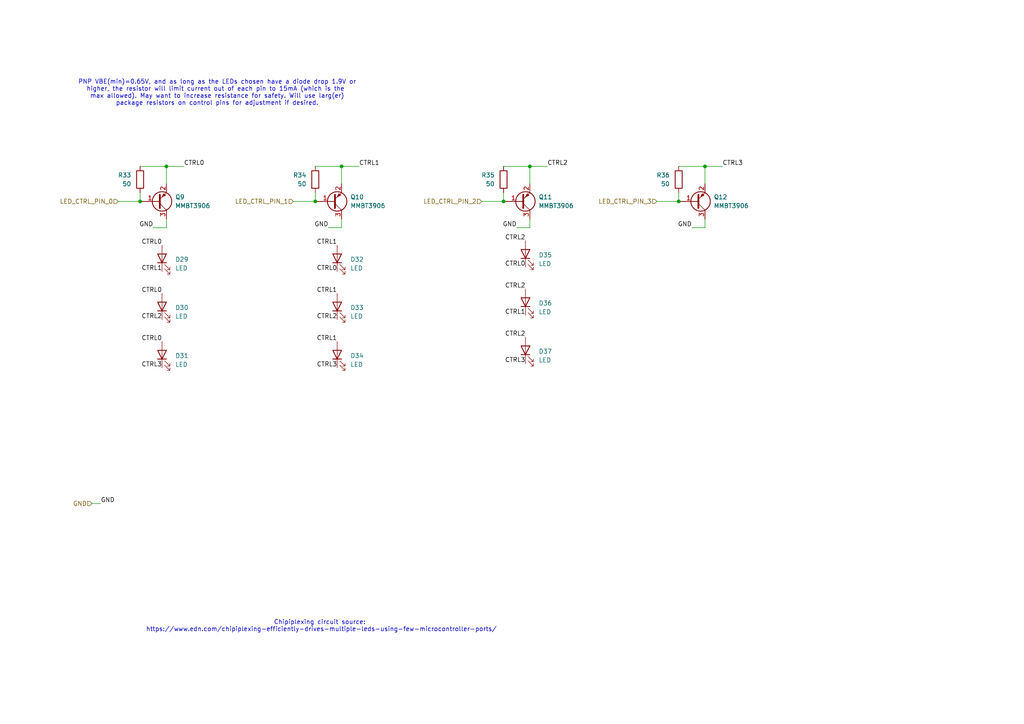
<source format=kicad_sch>
(kicad_sch (version 20231120) (generator "eeschema") (generator_version "8.0")
  (paper "A4")
  (title_block (title "Holiday Widget") (date "2024-05-15") (rev "1.0"))
  (lib_symbols
    (symbol "Device:LED" (pin_numbers hide) (pin_names (offset 1.016) hide)
      (property "Reference" "D" (at 0 2.54 0))
      (property "Value" "LED" (at 0 -2.54 0))
      (symbol "LED_0_1"
        (polyline (pts (xy -1.27 -1.27) (xy -1.27 1.27)) (stroke (width 0.254)))
        (polyline (pts (xy -1.27 0) (xy 1.27 0)))
        (polyline (pts (xy 1.27 -1.27) (xy 1.27 1.27) (xy -1.27 0) (xy 1.27 -1.27)) (stroke (width 0.254)))
        (polyline (pts (xy -3.048 -0.762) (xy -4.572 -2.286) (xy -3.81 -2.286) (xy -4.572 -2.286) (xy -4.572 -1.524)))
        (polyline (pts (xy -1.778 -0.762) (xy -3.302 -2.286) (xy -2.54 -2.286) (xy -3.302 -2.286) (xy -3.302 -1.524)))
      )
      (symbol "LED_1_1"
        (pin passive line (at -3.81 0 0) (length 2.54) (name "K") (number "1"))
        (pin passive line (at 3.81 0 180) (length 2.54) (name "A") (number "2"))
      )
    )
    (symbol "Device:R" (pin_numbers hide) (pin_names (offset 0))
      (property "Reference" "R" (at 2.032 0 90))
      (property "Value" "R" (at 0 0 90))
      (symbol "R_0_1"
        (rectangle (start -1.016 -2.54) (end 1.016 2.54) (stroke (width 0.254)))
      )
      (symbol "R_1_1"
        (pin passive line (at 0 3.81 270) (length 1.27) (name "~") (number "1"))
        (pin passive line (at 0 -3.81 90) (length 1.27) (name "~") (number "2"))
      )
    )
    (symbol "Transistor_BJT:MMBT3906" (pin_names (offset 0) hide)
      (property "Reference" "Q" (at 5.08 1.905 0))
      (property "Value" "MMBT3906" (at 5.08 0 0))
      (symbol "MMBT3906_0_1"
        (polyline (pts (xy 0.635 0.635) (xy 2.54 2.54)))
        (polyline (pts (xy 0.635 -0.635) (xy 2.54 -2.54) (xy 2.54 -2.54)))
        (polyline (pts (xy 0.635 1.905) (xy 0.635 -1.905) (xy 0.635 -1.905)) (stroke (width 0.508)))
        (polyline (pts (xy 2.286 -1.778) (xy 1.778 -2.286) (xy 1.27 -1.27) (xy 2.286 -1.778) (xy 2.286 -1.778)) (fill (type outline)))
        (circle (center 1.27 0) (radius 2.8194) (stroke (width 0.254)))
      )
      (symbol "MMBT3906_1_1"
        (pin input line (at -5.08 0 0) (length 5.715) (name "B") (number "1"))
        (pin passive line (at 2.54 -5.08 90) (length 2.54) (name "E") (number "2"))
        (pin passive line (at 2.54 5.08 270) (length 2.54) (name "C") (number "3"))
      )
    )
  )
  (junction (at 48.26 48.26))
  (junction (at 146.05 58.42))
  (junction (at 40.64 58.42))
  (junction (at 91.44 58.42))
  (junction (at 196.85 58.42))
  (junction (at 153.67 48.26))
  (junction (at 204.47 48.26))
  (junction (at 99.06 48.26))
  (wire (pts (xy 26.67 146.05) (xy 29.21 146.05)))
  (wire (pts (xy 153.67 63.5) (xy 153.67 66.04)))
  (wire (pts (xy 48.26 48.26) (xy 53.34 48.26)))
  (wire (pts (xy 204.47 63.5) (xy 204.47 66.04)))
  (wire (pts (xy 146.05 55.88) (xy 146.05 58.42)))
  (wire (pts (xy 196.85 48.26) (xy 204.47 48.26)))
  (wire (pts (xy 99.06 48.26) (xy 99.06 53.34)))
  (wire (pts (xy 40.64 55.88) (xy 40.64 58.42)))
  (wire (pts (xy 153.67 66.04) (xy 149.86 66.04)))
  (wire (pts (xy 48.26 48.26) (xy 48.26 53.34)))
  (wire (pts (xy 204.47 48.26) (xy 204.47 53.34)))
  (wire (pts (xy 40.64 48.26) (xy 48.26 48.26)))
  (wire (pts (xy 34.29 58.42) (xy 40.64 58.42)))
  (wire (pts (xy 91.44 48.26) (xy 99.06 48.26)))
  (wire (pts (xy 153.67 48.26) (xy 153.67 53.34)))
  (wire (pts (xy 139.7 58.42) (xy 146.05 58.42)))
  (wire (pts (xy 99.06 66.04) (xy 95.25 66.04)))
  (wire (pts (xy 85.09 58.42) (xy 91.44 58.42)))
  (wire (pts (xy 153.67 48.26) (xy 158.75 48.26)))
  (wire (pts (xy 190.5 58.42) (xy 196.85 58.42)))
  (wire (pts (xy 48.26 66.04) (xy 44.45 66.04)))
  (wire (pts (xy 146.05 48.26) (xy 153.67 48.26)))
  (wire (pts (xy 99.06 63.5) (xy 99.06 66.04)))
  (wire (pts (xy 99.06 48.26) (xy 104.14 48.26)))
  (wire (pts (xy 204.47 48.26) (xy 209.55 48.26)))
  (wire (pts (xy 91.44 55.88) (xy 91.44 58.42)))
  (wire (pts (xy 196.85 55.88) (xy 196.85 58.42)))
  (wire (pts (xy 48.26 63.5) (xy 48.26 66.04)))
  (wire (pts (xy 204.47 66.04) (xy 200.66 66.04)))
  (text "Chipiplexing circuit source: \nhttps://www.edn.com/chipiplexing-efficiently-drives-multiple-leds-using-few-microcontroller-ports/" (at 93.218 181.61 0) (effects (font (size 1.27 1.27))))
  (text "PNP VBE(min)=0.65V, and as long as the LEDs chosen have a diode drop 1.9V or\nhigher, the resistor will limit current out of each pin to 15mA (which is the \nmax allowed). May want to increase resistance for safety. Will use larg(er)\npackage resistors on control pins for adjustment if desired.\n" (at 62.992 26.924 0) (effects (font (size 1.27 1.27))))
  (label "GND" (at 200.66 66.04 180))
  (label "CTRL0" (at 97.79 78.74 180))
  (label "CTRL0" (at 46.99 71.12 180))
  (label "CTRL3" (at 152.4 105.41 180))
  (label "GND" (at 44.45 66.04 180))
  (label "GND" (at 149.86 66.04 180))
  (label "CTRL0" (at 46.99 99.06 180))
  (label "CTRL2" (at 152.4 83.82 180))
  (label "CTRL0" (at 46.99 85.09 180))
  (label "CTRL1" (at 46.99 78.74 180))
  (label "GND" (at 29.21 146.05 0))
  (label "CTRL2" (at 152.4 69.85 180))
  (label "CTRL1" (at 152.4 91.44 180))
  (label "GND" (at 95.25 66.04 180))
  (label "CTRL0" (at 53.34 48.26 0))
  (label "CTRL0" (at 152.4 77.47 180))
  (label "CTRL2" (at 158.75 48.26 0))
  (label "CTRL3" (at 46.99 106.68 180))
  (label "CTRL3" (at 209.55 48.26 0))
  (label "CTRL1" (at 104.14 48.26 0))
  (label "CTRL1" (at 97.79 85.09 180))
  (label "CTRL1" (at 97.79 71.12 180))
  (label "CTRL2" (at 152.4 97.79 180))
  (label "CTRL2" (at 46.99 92.71 180))
  (label "CTRL1" (at 97.79 99.06 180))
  (label "CTRL3" (at 97.79 106.68 180))
  (label "CTRL2" (at 97.79 92.71 180))
  (hierarchical_label "LED_CTRL_PIN_2" (shape input) (at 139.7 58.42 180))
  (hierarchical_label "LED_CTRL_PIN_0" (shape input) (at 34.29 58.42 180))
  (hierarchical_label "GND" (shape input) (at 26.67 146.05 180))
  (hierarchical_label "LED_CTRL_PIN_3" (shape input) (at 190.5 58.42 180))
  (hierarchical_label "LED_CTRL_PIN_1" (shape input) (at 85.09 58.42 180))
  (symbol (lib_id "Device:LED") (at 97.79 102.87 90) (unit 1)
    (property "Reference" "D34" (at 101.6 103.1874 90) (effects (justify right)))
    (property "Value" "LED" (at 101.6 105.7274 90) (effects (justify right)))
    (property "Footprint" "LED_SMD:LED_0805_2012Metric_Pad1.15x1.40mm_HandSolder" (effects (hide yes)))
    (property "Description" "Light emitting diode" (effects (hide yes)))
  )
  (symbol (lib_id "Transistor_BJT:MMBT3906") (at 151.13 58.42 0) (mirror x) (unit 1)
    (property "Reference" "Q11" (at 156.21 57.1499 0) (effects (justify left)))
    (property "Value" "MMBT3906" (at 156.21 59.6899 0) (effects (justify left)))
    (property "Footprint" "Package_TO_SOT_SMD:SOT-23" (effects (hide yes)))
    (property "Datasheet" "https://www.onsemi.com/pdf/datasheet/pzt3906-d.pdf" (effects (hide yes)))
    (property "Description" "-0.2A Ic, -40V Vce, Small Signal PNP Transistor, SOT-23" (effects (hide yes)))
  )
  (symbol (lib_id "Device:LED") (at 46.99 74.93 90) (unit 1)
    (property "Reference" "D29" (at 50.8 75.2474 90) (effects (justify right)))
    (property "Value" "LED" (at 50.8 77.7874 90) (effects (justify right)))
    (property "Footprint" "LED_SMD:LED_0805_2012Metric_Pad1.15x1.40mm_HandSolder" (effects (hide yes)))
    (property "Description" "Light emitting diode" (effects (hide yes)))
  )
  (symbol (lib_id "Device:LED") (at 97.79 88.9 90) (unit 1)
    (property "Reference" "D33" (at 101.6 89.2174 90) (effects (justify right)))
    (property "Value" "LED" (at 101.6 91.7574 90) (effects (justify right)))
    (property "Footprint" "LED_SMD:LED_0805_2012Metric_Pad1.15x1.40mm_HandSolder" (effects (hide yes)))
    (property "Description" "Light emitting diode" (effects (hide yes)))
  )
  (symbol (lib_id "Device:R") (at 91.44 52.07 0) (unit 1)
    (property "Reference" "R34" (at 88.9 50.7999 0) (effects (justify right)))
    (property "Value" "50" (at 88.9 53.3399 0) (effects (justify right)))
    (property "Footprint" "Resistor_SMD:R_0603_1608Metric_Pad0.98x0.95mm_HandSolder" (effects (hide yes)))
    (property "Description" "Resistor" (effects (hide yes)))
  )
  (symbol (lib_id "Device:LED") (at 152.4 73.66 90) (unit 1)
    (property "Reference" "D35" (at 156.21 73.9774 90) (effects (justify right)))
    (property "Value" "LED" (at 156.21 76.5174 90) (effects (justify right)))
    (property "Footprint" "LED_SMD:LED_0805_2012Metric_Pad1.15x1.40mm_HandSolder" (effects (hide yes)))
    (property "Description" "Light emitting diode" (effects (hide yes)))
  )
  (symbol (lib_id "Device:LED") (at 97.79 74.93 90) (unit 1)
    (property "Reference" "D32" (at 101.6 75.2474 90) (effects (justify right)))
    (property "Value" "LED" (at 101.6 77.7874 90) (effects (justify right)))
    (property "Footprint" "LED_SMD:LED_0805_2012Metric_Pad1.15x1.40mm_HandSolder" (effects (hide yes)))
    (property "Description" "Light emitting diode" (effects (hide yes)))
  )
  (symbol (lib_id "Device:R") (at 146.05 52.07 0) (unit 1)
    (property "Reference" "R35" (at 143.51 50.7999 0) (effects (justify right)))
    (property "Value" "50" (at 143.51 53.3399 0) (effects (justify right)))
    (property "Footprint" "Resistor_SMD:R_0603_1608Metric_Pad0.98x0.95mm_HandSolder" (effects (hide yes)))
    (property "Description" "Resistor" (effects (hide yes)))
  )
  (symbol (lib_id "Device:LED") (at 46.99 102.87 90) (unit 1)
    (property "Reference" "D31" (at 50.8 103.1874 90) (effects (justify right)))
    (property "Value" "LED" (at 50.8 105.7274 90) (effects (justify right)))
    (property "Footprint" "LED_SMD:LED_0805_2012Metric_Pad1.15x1.40mm_HandSolder" (effects (hide yes)))
    (property "Description" "Light emitting diode" (effects (hide yes)))
  )
  (symbol (lib_id "Transistor_BJT:MMBT3906") (at 96.52 58.42 0) (mirror x) (unit 1)
    (property "Reference" "Q10" (at 101.6 57.1499 0) (effects (justify left)))
    (property "Value" "MMBT3906" (at 101.6 59.6899 0) (effects (justify left)))
    (property "Footprint" "Package_TO_SOT_SMD:SOT-23" (effects (hide yes)))
    (property "Datasheet" "https://www.onsemi.com/pdf/datasheet/pzt3906-d.pdf" (effects (hide yes)))
    (property "Description" "-0.2A Ic, -40V Vce, Small Signal PNP Transistor, SOT-23" (effects (hide yes)))
  )
  (symbol (lib_id "Device:LED") (at 152.4 101.6 90) (unit 1)
    (property "Reference" "D37" (at 156.21 101.9174 90) (effects (justify right)))
    (property "Value" "LED" (at 156.21 104.4574 90) (effects (justify right)))
    (property "Footprint" "LED_SMD:LED_0805_2012Metric_Pad1.15x1.40mm_HandSolder" (effects (hide yes)))
    (property "Description" "Light emitting diode" (effects (hide yes)))
  )
  (symbol (lib_id "Device:LED") (at 46.99 88.9 90) (unit 1)
    (property "Reference" "D30" (at 50.8 89.2174 90) (effects (justify right)))
    (property "Value" "LED" (at 50.8 91.7574 90) (effects (justify right)))
    (property "Footprint" "LED_SMD:LED_0805_2012Metric_Pad1.15x1.40mm_HandSolder" (effects (hide yes)))
    (property "Description" "Light emitting diode" (effects (hide yes)))
  )
  (symbol (lib_id "Device:LED") (at 152.4 87.63 90) (unit 1)
    (property "Reference" "D36" (at 156.21 87.9474 90) (effects (justify right)))
    (property "Value" "LED" (at 156.21 90.4874 90) (effects (justify right)))
    (property "Footprint" "LED_SMD:LED_0805_2012Metric_Pad1.15x1.40mm_HandSolder" (effects (hide yes)))
    (property "Description" "Light emitting diode" (effects (hide yes)))
  )
  (symbol (lib_id "Device:R") (at 196.85 52.07 0) (unit 1)
    (property "Reference" "R36" (at 194.31 50.7999 0) (effects (justify right)))
    (property "Value" "50" (at 194.31 53.3399 0) (effects (justify right)))
    (property "Footprint" "Resistor_SMD:R_0603_1608Metric_Pad0.98x0.95mm_HandSolder" (effects (hide yes)))
    (property "Description" "Resistor" (effects (hide yes)))
  )
  (symbol (lib_id "Transistor_BJT:MMBT3906") (at 45.72 58.42 0) (mirror x) (unit 1)
    (property "Reference" "Q9" (at 50.8 57.1499 0) (effects (justify left)))
    (property "Value" "MMBT3906" (at 50.8 59.6899 0) (effects (justify left)))
    (property "Footprint" "Package_TO_SOT_SMD:SOT-23" (effects (hide yes)))
    (property "Datasheet" "https://www.onsemi.com/pdf/datasheet/pzt3906-d.pdf" (effects (hide yes)))
    (property "Description" "-0.2A Ic, -40V Vce, Small Signal PNP Transistor, SOT-23" (effects (hide yes)))
  )
  (symbol (lib_id "Transistor_BJT:MMBT3906") (at 201.93 58.42 0) (mirror x) (unit 1)
    (property "Reference" "Q12" (at 207.01 57.1499 0) (effects (justify left)))
    (property "Value" "MMBT3906" (at 207.01 59.6899 0) (effects (justify left)))
    (property "Footprint" "Package_TO_SOT_SMD:SOT-23" (effects (hide yes)))
    (property "Datasheet" "https://www.onsemi.com/pdf/datasheet/pzt3906-d.pdf" (effects (hide yes)))
    (property "Description" "-0.2A Ic, -40V Vce, Small Signal PNP Transistor, SOT-23" (effects (hide yes)))
  )
  (symbol (lib_id "Device:R") (at 40.64 52.07 0) (unit 1)
    (property "Reference" "R33" (at 38.1 50.7999 0) (effects (justify right)))
    (property "Value" "50" (at 38.1 53.3399 0) (effects (justify right)))
    (property "Footprint" "Resistor_SMD:R_0603_1608Metric_Pad0.98x0.95mm_HandSolder" (effects (hide yes)))
    (property "Description" "Resistor" (effects (hide yes)))
  )
)
</source>
